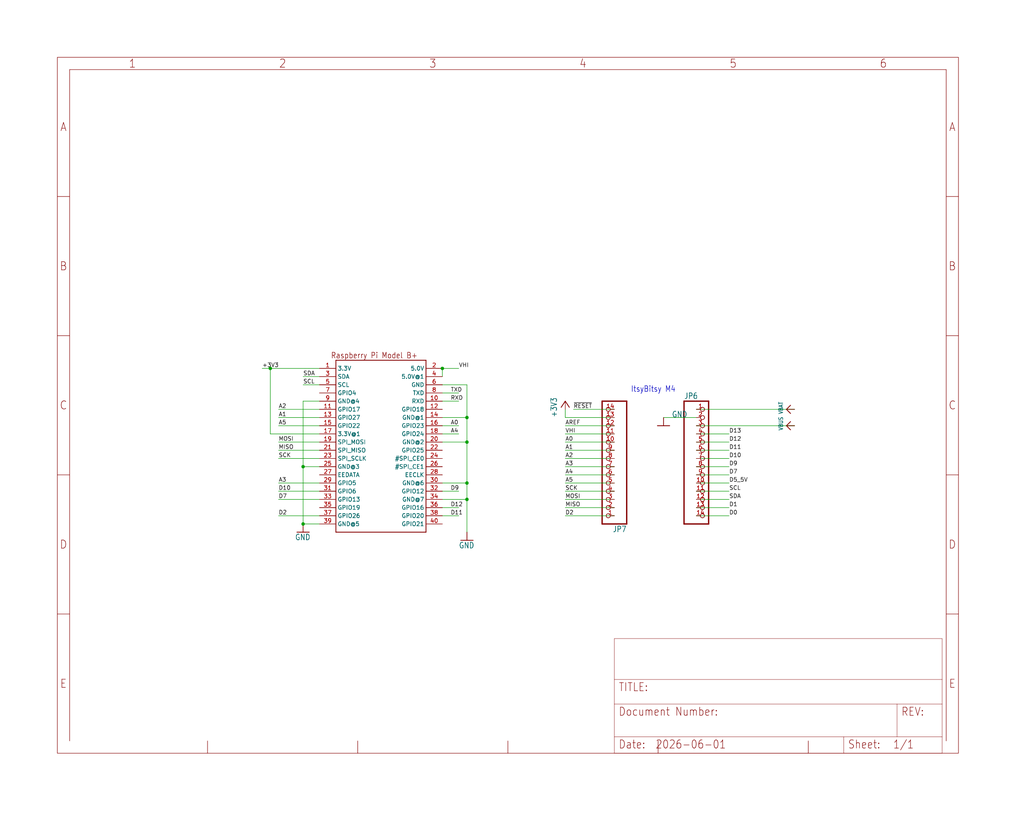
<source format=kicad_sch>
(kicad_sch (version 20230121) (generator eeschema)
  (paper "User" 317.5 254.127)
  (lib_symbols
    (symbol "working-eagle-import:+3V3" (power)
      (property "Value" "+3V3" (at -2.54 -5.08 90))
      (symbol "+3V3_1_0"
        (polyline (pts (xy 0 0) (xy -1.27 -1.905)) (stroke (width 0.254)))
        (polyline (pts (xy 1.27 -1.905) (xy 0 0)) (stroke (width 0.254)))
        (pin power_in line (at 0 -2.54 90) (length 2.54) (name "+3V3") (number "1"))
      )
    )
    (symbol "working-eagle-import:FRAME_A_L"
      (symbol "FRAME_A_L_1_0"
        (polyline (pts (xy 0 43.18) (xy 3.81 43.18)))
        (polyline (pts (xy 0 86.36) (xy 3.81 86.36)))
        (polyline (pts (xy 0 129.54) (xy 3.81 129.54)))
        (polyline (pts (xy 0 172.72) (xy 3.81 172.72)))
        (polyline (pts (xy 3.81 3.81) (xy 3.81 212.09)))
        (polyline (pts (xy 46.5667 0) (xy 46.5667 3.81)))
        (polyline (pts (xy 93.1333 0) (xy 93.1333 3.81)))
        (polyline (pts (xy 139.7 0) (xy 139.7 3.81)))
        (polyline (pts (xy 186.2667 0) (xy 186.2667 3.81)))
        (polyline (pts (xy 232.8333 0) (xy 232.8333 3.81)))
        (polyline (pts (xy 275.59 3.81) (xy 275.59 212.09)))
        (polyline (pts (xy 275.59 43.18) (xy 279.4 43.18)))
        (polyline (pts (xy 275.59 86.36) (xy 279.4 86.36)))
        (polyline (pts (xy 275.59 129.54) (xy 279.4 129.54)))
        (polyline (pts (xy 275.59 172.72) (xy 279.4 172.72)))
        (polyline (pts (xy 275.59 212.09) (xy 3.81 212.09)))
        (polyline (pts (xy 0 0) (xy 279.4 0) (xy 279.4 215.9) (xy 0 215.9) (xy 0 0)))
        (text "1" (at 23.2833 213.995 0) (effects (font (size 2.54 2.286))))
        (text "2" (at 69.85 213.995 0) (effects (font (size 2.54 2.286))))
        (text "3" (at 116.4167 213.995 0) (effects (font (size 2.54 2.286))))
        (text "4" (at 162.9833 213.995 0) (effects (font (size 2.54 2.286))))
        (text "5" (at 209.55 213.995 0) (effects (font (size 2.54 2.286))))
        (text "6" (at 256.1167 213.995 0) (effects (font (size 2.54 2.286))))
        (text "A" (at 1.905 194.31 0) (effects (font (size 2.54 2.286))))
        (text "A" (at 277.495 194.31 0) (effects (font (size 2.54 2.286))))
        (text "B" (at 1.905 151.13 0) (effects (font (size 2.54 2.286))))
        (text "B" (at 277.495 151.13 0) (effects (font (size 2.54 2.286))))
        (text "C" (at 1.905 107.95 0) (effects (font (size 2.54 2.286))))
        (text "C" (at 277.495 107.95 0) (effects (font (size 2.54 2.286))))
        (text "D" (at 1.905 64.77 0) (effects (font (size 2.54 2.286))))
        (text "D" (at 277.495 64.77 0) (effects (font (size 2.54 2.286))))
        (text "E" (at 1.905 21.59 0) (effects (font (size 2.54 2.286))))
        (text "E" (at 277.495 21.59 0) (effects (font (size 2.54 2.286))))
      )
      (symbol "FRAME_A_L_2_0"
        (polyline (pts (xy 0 0) (xy 0 5.08)) (stroke (width 0.1016)))
        (polyline (pts (xy 0 0) (xy 71.12 0)) (stroke (width 0.1016)))
        (polyline (pts (xy 0 5.08) (xy 0 15.24)) (stroke (width 0.1016)))
        (polyline (pts (xy 0 5.08) (xy 71.12 5.08)) (stroke (width 0.1016)))
        (polyline (pts (xy 0 15.24) (xy 0 22.86)) (stroke (width 0.1016)))
        (polyline (pts (xy 0 22.86) (xy 0 35.56)) (stroke (width 0.1016)))
        (polyline (pts (xy 0 22.86) (xy 101.6 22.86)) (stroke (width 0.1016)))
        (polyline (pts (xy 71.12 0) (xy 101.6 0)) (stroke (width 0.1016)))
        (polyline (pts (xy 71.12 5.08) (xy 71.12 0)) (stroke (width 0.1016)))
        (polyline (pts (xy 71.12 5.08) (xy 87.63 5.08)) (stroke (width 0.1016)))
        (polyline (pts (xy 87.63 5.08) (xy 101.6 5.08)) (stroke (width 0.1016)))
        (polyline (pts (xy 87.63 15.24) (xy 0 15.24)) (stroke (width 0.1016)))
        (polyline (pts (xy 87.63 15.24) (xy 87.63 5.08)) (stroke (width 0.1016)))
        (polyline (pts (xy 101.6 5.08) (xy 101.6 0)) (stroke (width 0.1016)))
        (polyline (pts (xy 101.6 15.24) (xy 87.63 15.24)) (stroke (width 0.1016)))
        (polyline (pts (xy 101.6 15.24) (xy 101.6 5.08)) (stroke (width 0.1016)))
        (polyline (pts (xy 101.6 22.86) (xy 101.6 15.24)) (stroke (width 0.1016)))
        (polyline (pts (xy 101.6 35.56) (xy 0 35.56)) (stroke (width 0.1016)))
        (polyline (pts (xy 101.6 35.56) (xy 101.6 22.86)) (stroke (width 0.1016)))
        (text "${#}/${##}" (at 86.36 1.27 0) (effects (font (size 2.54 2.159)) (justify left bottom)))
        (text "${CURRENT_DATE}" (at 12.7 1.27 0) (effects (font (size 2.54 2.159)) (justify left bottom)))
        (text "${PROJECTNAME}" (at 17.78 19.05 0) (effects (font (size 2.54 2.159)) (justify left bottom)))
        (text "Date:" (at 1.27 1.27 0) (effects (font (size 2.54 2.159)) (justify left bottom)))
        (text "Document Number:" (at 1.27 11.43 0) (effects (font (size 2.54 2.159)) (justify left bottom)))
        (text "REV:" (at 88.9 11.43 0) (effects (font (size 2.54 2.159)) (justify left bottom)))
        (text "Sheet:" (at 72.39 1.27 0) (effects (font (size 2.54 2.159)) (justify left bottom)))
        (text "TITLE:" (at 1.27 19.05 0) (effects (font (size 2.54 2.159)) (justify left bottom)))
      )
    )
    (symbol "working-eagle-import:GND" (power)
      (property "Value" "GND" (at -2.54 -2.54 0))
      (symbol "GND_1_0"
        (polyline (pts (xy -1.905 0) (xy 1.905 0)) (stroke (width 0.254)))
        (pin power_in line (at 0 2.54 270) (length 2.54) (name "GND") (number "1"))
      )
    )
    (symbol "working-eagle-import:HEADER-1X14"
      (property "Reference" "JP" (at -6.35 20.955 0))
      (symbol "HEADER-1X14_1_0"
        (polyline (pts (xy -6.35 -17.78) (xy 1.27 -17.78)) (stroke (width 0.4064)))
        (polyline (pts (xy -6.35 20.32) (xy -6.35 -17.78)) (stroke (width 0.4064)))
        (polyline (pts (xy 1.27 -17.78) (xy 1.27 20.32)) (stroke (width 0.4064)))
        (polyline (pts (xy 1.27 20.32) (xy -6.35 20.32)) (stroke (width 0.4064)))
        (pin passive inverted (at -2.54 17.78 0) (length 2.54) (name "1") (number "1"))
        (pin passive inverted (at -2.54 -5.08 0) (length 2.54) (name "10") (number "10"))
        (pin passive inverted (at -2.54 -7.62 0) (length 2.54) (name "11") (number "11"))
        (pin passive inverted (at -2.54 -10.16 0) (length 2.54) (name "12") (number "12"))
        (pin passive inverted (at -2.54 -12.7 0) (length 2.54) (name "13") (number "13"))
        (pin passive inverted (at -2.54 -15.24 0) (length 2.54) (name "14") (number "14"))
        (pin passive inverted (at -2.54 15.24 0) (length 2.54) (name "2") (number "2"))
        (pin passive inverted (at -2.54 12.7 0) (length 2.54) (name "3") (number "3"))
        (pin passive inverted (at -2.54 10.16 0) (length 2.54) (name "4") (number "4"))
        (pin passive inverted (at -2.54 7.62 0) (length 2.54) (name "5") (number "5"))
        (pin passive inverted (at -2.54 5.08 0) (length 2.54) (name "6") (number "6"))
        (pin passive inverted (at -2.54 2.54 0) (length 2.54) (name "7") (number "7"))
        (pin passive inverted (at -2.54 0 0) (length 2.54) (name "8") (number "8"))
        (pin passive inverted (at -2.54 -2.54 0) (length 2.54) (name "9") (number "9"))
      )
    )
    (symbol "working-eagle-import:RASPBERRYPI_BPLUS_BONNETNODIM"
      (symbol "RASPBERRYPI_BPLUS_BONNETNODIM_1_0"
        (polyline (pts (xy -12.7 -30.48) (xy -12.7 22.86)) (stroke (width 0.254)))
        (polyline (pts (xy -12.7 22.86) (xy 15.24 22.86)) (stroke (width 0.254)))
        (polyline (pts (xy 15.24 -30.48) (xy -12.7 -30.48)) (stroke (width 0.254)))
        (polyline (pts (xy 15.24 22.86) (xy 15.24 -30.48)) (stroke (width 0.254)))
        (text "Raspberry Pi Model B+" (at 12.7 25.4 0) (effects (font (size 1.778 1.5113)) (justify right top)))
        (pin power_in line (at -17.78 20.32 0) (length 5.08) (name "3.3V") (number "1"))
        (pin bidirectional line (at 20.32 10.16 180) (length 5.08) (name "RXD") (number "10"))
        (pin bidirectional line (at -17.78 7.62 0) (length 5.08) (name "GPIO17") (number "11"))
        (pin bidirectional line (at 20.32 7.62 180) (length 5.08) (name "GPIO18") (number "12"))
        (pin bidirectional line (at -17.78 5.08 0) (length 5.08) (name "GPIO27") (number "13"))
        (pin power_in line (at 20.32 5.08 180) (length 5.08) (name "GND@1") (number "14"))
        (pin bidirectional line (at -17.78 2.54 0) (length 5.08) (name "GPIO22") (number "15"))
        (pin bidirectional line (at 20.32 2.54 180) (length 5.08) (name "GPIO23") (number "16"))
        (pin power_in line (at -17.78 0 0) (length 5.08) (name "3.3V@1") (number "17"))
        (pin bidirectional line (at 20.32 0 180) (length 5.08) (name "GPIO24") (number "18"))
        (pin bidirectional line (at -17.78 -2.54 0) (length 5.08) (name "SPI_MOSI") (number "19"))
        (pin power_in line (at 20.32 20.32 180) (length 5.08) (name "5.0V") (number "2"))
        (pin power_in line (at 20.32 -2.54 180) (length 5.08) (name "GND@2") (number "20"))
        (pin bidirectional line (at -17.78 -5.08 0) (length 5.08) (name "SPI_MISO") (number "21"))
        (pin bidirectional line (at 20.32 -5.08 180) (length 5.08) (name "GPIO25") (number "22"))
        (pin bidirectional line (at -17.78 -7.62 0) (length 5.08) (name "SPI_SCLK") (number "23"))
        (pin bidirectional line (at 20.32 -7.62 180) (length 5.08) (name "#SPI_CE0") (number "24"))
        (pin power_in line (at -17.78 -10.16 0) (length 5.08) (name "GND@3") (number "25"))
        (pin bidirectional line (at 20.32 -10.16 180) (length 5.08) (name "#SPI_CE1") (number "26"))
        (pin bidirectional line (at -17.78 -12.7 0) (length 5.08) (name "EEDATA") (number "27"))
        (pin bidirectional line (at 20.32 -12.7 180) (length 5.08) (name "EECLK") (number "28"))
        (pin bidirectional line (at -17.78 -15.24 0) (length 5.08) (name "GPIO5") (number "29"))
        (pin bidirectional line (at -17.78 17.78 0) (length 5.08) (name "SDA") (number "3"))
        (pin power_in line (at 20.32 -15.24 180) (length 5.08) (name "GND@6") (number "30"))
        (pin bidirectional line (at -17.78 -17.78 0) (length 5.08) (name "GPIO6") (number "31"))
        (pin bidirectional line (at 20.32 -17.78 180) (length 5.08) (name "GPIO12") (number "32"))
        (pin bidirectional line (at -17.78 -20.32 0) (length 5.08) (name "GPIO13") (number "33"))
        (pin power_in line (at 20.32 -20.32 180) (length 5.08) (name "GND@7") (number "34"))
        (pin bidirectional line (at -17.78 -22.86 0) (length 5.08) (name "GPIO19") (number "35"))
        (pin bidirectional line (at 20.32 -22.86 180) (length 5.08) (name "GPIO16") (number "36"))
        (pin bidirectional line (at -17.78 -25.4 0) (length 5.08) (name "GPIO26") (number "37"))
        (pin bidirectional line (at 20.32 -25.4 180) (length 5.08) (name "GPIO20") (number "38"))
        (pin power_in line (at -17.78 -27.94 0) (length 5.08) (name "GND@5") (number "39"))
        (pin power_in line (at 20.32 17.78 180) (length 5.08) (name "5.0V@1") (number "4"))
        (pin bidirectional line (at 20.32 -27.94 180) (length 5.08) (name "GPIO21") (number "40"))
        (pin bidirectional line (at -17.78 15.24 0) (length 5.08) (name "SCL") (number "5"))
        (pin power_in line (at 20.32 15.24 180) (length 5.08) (name "GND") (number "6"))
        (pin bidirectional line (at -17.78 12.7 0) (length 5.08) (name "GPIO4") (number "7"))
        (pin bidirectional line (at 20.32 12.7 180) (length 5.08) (name "TXD") (number "8"))
        (pin power_in line (at -17.78 10.16 0) (length 5.08) (name "GND@4") (number "9"))
      )
    )
    (symbol "working-eagle-import:VBAT" (power)
      (property "Value" "VBAT" (at -1.524 1.016 0))
      (symbol "VBAT_1_0"
        (polyline (pts (xy -1.27 -1.27) (xy 0 0)) (stroke (width 0.254)))
        (polyline (pts (xy 0 0) (xy 1.27 -1.27)) (stroke (width 0.254)))
        (pin power_in line (at 0 -2.54 90) (length 2.54) (name "VBAT") (number "1"))
      )
    )
    (symbol "working-eagle-import:VBUS" (power)
      (property "Value" "VBUS" (at -1.524 1.016 0))
      (symbol "VBUS_1_0"
        (polyline (pts (xy -1.27 -1.27) (xy 0 0)) (stroke (width 0.254)))
        (polyline (pts (xy 0 0) (xy 1.27 -1.27)) (stroke (width 0.254)))
        (pin power_in line (at 0 -2.54 90) (length 2.54) (name "VBUS") (number "1"))
      )
    )
  )
  (junction (at 137.16 114.3))
  (junction (at 93.98 162.56))
  (junction (at 83.82 114.3))
  (junction (at 144.78 154.94))
  (junction (at 144.78 137.16))
  (junction (at 144.78 129.54))
  (junction (at 93.98 144.78))
  (junction (at 144.78 149.86))
  (wire (pts (xy 86.36 142.24) (xy 99.06 142.24)) (stroke (width 0.1524)))
  (wire (pts (xy 215.9 149.86) (xy 226.06 149.86)) (stroke (width 0.1524)))
  (wire (pts (xy 226.06 137.16) (xy 215.9 137.16)) (stroke (width 0.1524)))
  (wire (pts (xy 226.06 160.02) (xy 215.9 160.02)) (stroke (width 0.1524)))
  (wire (pts (xy 137.16 119.38) (xy 144.78 119.38)) (stroke (width 0.1524)))
  (wire (pts (xy 175.26 127) (xy 175.26 129.54)) (stroke (width 0.1524)))
  (wire (pts (xy 215.9 134.62) (xy 226.06 134.62)) (stroke (width 0.1524)))
  (wire (pts (xy 190.5 154.94) (xy 175.26 154.94)) (stroke (width 0.1524)))
  (wire (pts (xy 83.82 134.62) (xy 83.82 114.3)) (stroke (width 0.1524)))
  (wire (pts (xy 137.16 132.08) (xy 142.24 132.08)) (stroke (width 0.1524)))
  (wire (pts (xy 215.9 132.08) (xy 246.38 132.08)) (stroke (width 0.1524)))
  (wire (pts (xy 144.78 149.86) (xy 144.78 154.94)) (stroke (width 0.1524)))
  (wire (pts (xy 86.36 137.16) (xy 99.06 137.16)) (stroke (width 0.1524)))
  (wire (pts (xy 137.16 116.84) (xy 137.16 114.3)) (stroke (width 0.1524)))
  (wire (pts (xy 175.26 139.7) (xy 190.5 139.7)) (stroke (width 0.1524)))
  (wire (pts (xy 190.5 137.16) (xy 175.26 137.16)) (stroke (width 0.1524)))
  (wire (pts (xy 190.5 160.02) (xy 175.26 160.02)) (stroke (width 0.1524)))
  (wire (pts (xy 144.78 129.54) (xy 144.78 137.16)) (stroke (width 0.1524)))
  (wire (pts (xy 99.06 119.38) (xy 93.98 119.38)) (stroke (width 0.1524)))
  (wire (pts (xy 86.36 154.94) (xy 99.06 154.94)) (stroke (width 0.1524)))
  (wire (pts (xy 99.06 114.3) (xy 83.82 114.3)) (stroke (width 0.1524)))
  (wire (pts (xy 86.36 152.4) (xy 99.06 152.4)) (stroke (width 0.1524)))
  (wire (pts (xy 175.26 149.86) (xy 190.5 149.86)) (stroke (width 0.1524)))
  (wire (pts (xy 137.16 134.62) (xy 142.24 134.62)) (stroke (width 0.1524)))
  (wire (pts (xy 144.78 154.94) (xy 144.78 165.1)) (stroke (width 0.1524)))
  (wire (pts (xy 83.82 114.3) (xy 81.28 114.3)) (stroke (width 0.1524)))
  (wire (pts (xy 226.06 154.94) (xy 215.9 154.94)) (stroke (width 0.1524)))
  (wire (pts (xy 137.16 114.3) (xy 142.24 114.3)) (stroke (width 0.1524)))
  (wire (pts (xy 93.98 144.78) (xy 99.06 144.78)) (stroke (width 0.1524)))
  (wire (pts (xy 137.16 157.48) (xy 142.24 157.48)) (stroke (width 0.1524)))
  (wire (pts (xy 93.98 144.78) (xy 93.98 124.46)) (stroke (width 0.1524)))
  (wire (pts (xy 93.98 124.46) (xy 99.06 124.46)) (stroke (width 0.1524)))
  (wire (pts (xy 190.5 127) (xy 177.8 127)) (stroke (width 0.1524)))
  (wire (pts (xy 190.5 134.62) (xy 175.26 134.62)) (stroke (width 0.1524)))
  (wire (pts (xy 190.5 132.08) (xy 175.26 132.08)) (stroke (width 0.1524)))
  (wire (pts (xy 137.16 137.16) (xy 144.78 137.16)) (stroke (width 0.1524)))
  (wire (pts (xy 205.74 129.54) (xy 215.9 129.54)) (stroke (width 0.1524)))
  (wire (pts (xy 99.06 160.02) (xy 86.36 160.02)) (stroke (width 0.1524)))
  (wire (pts (xy 226.06 147.32) (xy 215.9 147.32)) (stroke (width 0.1524)))
  (wire (pts (xy 93.98 144.78) (xy 93.98 162.56)) (stroke (width 0.1524)))
  (wire (pts (xy 144.78 137.16) (xy 144.78 149.86)) (stroke (width 0.1524)))
  (wire (pts (xy 99.06 162.56) (xy 93.98 162.56)) (stroke (width 0.1524)))
  (wire (pts (xy 99.06 134.62) (xy 83.82 134.62)) (stroke (width 0.1524)))
  (wire (pts (xy 226.06 142.24) (xy 215.9 142.24)) (stroke (width 0.1524)))
  (wire (pts (xy 137.16 154.94) (xy 144.78 154.94)) (stroke (width 0.1524)))
  (wire (pts (xy 175.26 144.78) (xy 190.5 144.78)) (stroke (width 0.1524)))
  (wire (pts (xy 215.9 152.4) (xy 226.06 152.4)) (stroke (width 0.1524)))
  (wire (pts (xy 137.16 149.86) (xy 144.78 149.86)) (stroke (width 0.1524)))
  (wire (pts (xy 99.06 127) (xy 86.36 127)) (stroke (width 0.1524)))
  (wire (pts (xy 137.16 129.54) (xy 144.78 129.54)) (stroke (width 0.1524)))
  (wire (pts (xy 190.5 152.4) (xy 175.26 152.4)) (stroke (width 0.1524)))
  (wire (pts (xy 246.38 127) (xy 215.9 127)) (stroke (width 0.1524)))
  (wire (pts (xy 137.16 152.4) (xy 142.24 152.4)) (stroke (width 0.1524)))
  (wire (pts (xy 175.26 129.54) (xy 190.5 129.54)) (stroke (width 0.1524)))
  (wire (pts (xy 86.36 129.54) (xy 99.06 129.54)) (stroke (width 0.1524)))
  (wire (pts (xy 99.06 132.08) (xy 86.36 132.08)) (stroke (width 0.1524)))
  (wire (pts (xy 144.78 119.38) (xy 144.78 129.54)) (stroke (width 0.1524)))
  (wire (pts (xy 215.9 157.48) (xy 226.06 157.48)) (stroke (width 0.1524)))
  (wire (pts (xy 175.26 157.48) (xy 190.5 157.48)) (stroke (width 0.1524)))
  (wire (pts (xy 215.9 144.78) (xy 226.06 144.78)) (stroke (width 0.1524)))
  (wire (pts (xy 137.16 121.92) (xy 142.24 121.92)) (stroke (width 0.1524)))
  (wire (pts (xy 215.9 139.7) (xy 226.06 139.7)) (stroke (width 0.1524)))
  (wire (pts (xy 142.24 124.46) (xy 137.16 124.46)) (stroke (width 0.1524)))
  (wire (pts (xy 190.5 147.32) (xy 175.26 147.32)) (stroke (width 0.1524)))
  (wire (pts (xy 86.36 139.7) (xy 99.06 139.7)) (stroke (width 0.1524)))
  (wire (pts (xy 190.5 142.24) (xy 175.26 142.24)) (stroke (width 0.1524)))
  (wire (pts (xy 99.06 116.84) (xy 93.98 116.84)) (stroke (width 0.1524)))
  (wire (pts (xy 137.16 160.02) (xy 142.24 160.02)) (stroke (width 0.1524)))
  (wire (pts (xy 86.36 149.86) (xy 99.06 149.86)) (stroke (width 0.1524)))
  (text "ItsyBitsy M4" (at 195.58 121.92 0) (effects (font (size 1.778 1.5113)) (justify left bottom)))
  (label "A0" (at 175.26 137.16 0) (effects (font (size 1.2446 1.2446))))
  (label "SDA" (at 226.06 154.94 0) (effects (font (size 1.2446 1.2446))))
  (label "D12" (at 226.06 137.16 0) (effects (font (size 1.2446 1.2446))))
  (label "D10" (at 86.36 152.4 0) (effects (font (size 1.2446 1.2446))))
  (label "D2" (at 175.26 160.02 0) (effects (font (size 1.2446 1.2446))))
  (label "VHI" (at 175.26 134.62 0) (effects (font (size 1.2446 1.2446))))
  (label "MOSI" (at 86.36 137.16 0) (effects (font (size 1.2446 1.2446))))
  (label "D10" (at 226.06 142.24 0) (effects (font (size 1.2446 1.2446))))
  (label "A1" (at 86.36 129.54 0) (effects (font (size 1.2446 1.2446))))
  (label "D9" (at 139.7 152.4 0) (effects (font (size 1.2446 1.2446))))
  (label "D11" (at 226.06 139.7 0) (effects (font (size 1.2446 1.2446))))
  (label "A3" (at 175.26 144.78 0) (effects (font (size 1.2446 1.2446))))
  (label "VHI" (at 142.24 114.3 0) (effects (font (size 1.2446 1.2446))))
  (label "A2" (at 175.26 142.24 0) (effects (font (size 1.2446 1.2446))))
  (label "SDA" (at 93.98 116.84 0) (effects (font (size 1.2446 1.2446))))
  (label "D1" (at 226.06 157.48 0) (effects (font (size 1.2446 1.2446))))
  (label "MISO" (at 175.26 157.48 0) (effects (font (size 1.2446 1.2446))))
  (label "D7" (at 226.06 147.32 0) (effects (font (size 1.2446 1.2446))))
  (label "D0" (at 226.06 160.02 0) (effects (font (size 1.2446 1.2446))))
  (label "A0" (at 139.7 132.08 0) (effects (font (size 1.2446 1.2446))))
  (label "MOSI" (at 175.26 154.94 0) (effects (font (size 1.2446 1.2446))))
  (label "SCK" (at 175.26 152.4 0) (effects (font (size 1.2446 1.2446))))
  (label "A4" (at 175.26 147.32 0) (effects (font (size 1.2446 1.2446))))
  (label "RXD" (at 139.7 124.46 0) (effects (font (size 1.2446 1.2446))))
  (label "A4" (at 139.7 134.62 0) (effects (font (size 1.2446 1.2446))))
  (label "SCL" (at 226.06 152.4 0) (effects (font (size 1.2446 1.2446))))
  (label "D9" (at 226.06 144.78 0) (effects (font (size 1.2446 1.2446))))
  (label "~{RESET}" (at 177.8 127 0) (effects (font (size 1.2446 1.2446))))
  (label "TXD" (at 139.7 121.92 0) (effects (font (size 1.2446 1.2446))))
  (label "D11" (at 139.7 160.02 0) (effects (font (size 1.2446 1.2446))))
  (label "D5_5V" (at 226.06 149.86 0) (effects (font (size 1.2446 1.2446))))
  (label "D13" (at 226.06 134.62 0) (effects (font (size 1.2446 1.2446))))
  (label "AREF" (at 175.26 132.08 0) (effects (font (size 1.2446 1.2446))))
  (label "MISO" (at 86.36 139.7 0) (effects (font (size 1.2446 1.2446))))
  (label "D12" (at 139.7 157.48 0) (effects (font (size 1.2446 1.2446))))
  (label "A2" (at 86.36 127 0) (effects (font (size 1.2446 1.2446))))
  (label "SCL" (at 93.98 119.38 0) (effects (font (size 1.2446 1.2446))))
  (label "+3V3" (at 81.28 114.3 0) (effects (font (size 1.2446 1.2446))))
  (label "A3" (at 86.36 149.86 0) (effects (font (size 1.2446 1.2446))))
  (label "D7" (at 86.36 154.94 0) (effects (font (size 1.2446 1.2446))))
  (label "A5" (at 175.26 149.86 0) (effects (font (size 1.2446 1.2446))))
  (label "D2" (at 86.36 160.02 0) (effects (font (size 1.2446 1.2446))))
  (label "A1" (at 175.26 139.7 0) (effects (font (size 1.2446 1.2446))))
  (label "A5" (at 86.36 132.08 0) (effects (font (size 1.2446 1.2446))))
  (label "SCK" (at 86.36 142.24 0) (effects (font (size 1.2446 1.2446))))
  (symbol (lib_id "working-eagle-import:FRAME_A_L") (at 17.78 233.68 0) (unit 1)
    (property "Reference" "#FRAME1" (effects hide))
    (property "Value" "FRAME_A_L" (effects hide))
  )
  (symbol (lib_id "working-eagle-import:GND") (at 144.78 167.64 0) (unit 1)
    (property "Reference" "#GND2" (effects hide))
    (property "Value" "GND" (at 142.24 170.18 0) (effects (font (size 1.778 1.5113)) (justify left bottom)))
  )
  (symbol (lib_id "working-eagle-import:FRAME_A_L") (at 190.5 233.68 0) (unit 2)
    (property "Reference" "#FRAME1" (effects hide))
    (property "Value" "FRAME_A_L" (effects hide))
  )
  (symbol (lib_id "working-eagle-import:+3V3") (at 175.26 124.46 0) (unit 1)
    (property "Reference" "#+3V9" (effects hide))
    (property "Value" "+3V3" (at 172.72 129.54 90) (effects (font (size 1.778 1.5113)) (justify left bottom)))
  )
  (symbol (lib_id "working-eagle-import:VBUS") (at 243.84 132.08 90) (unit 1)
    (property "Reference" "#U$1" (effects hide))
    (property "Value" "VBUS" (at 242.824 133.604 0) (effects (font (size 1.27 1.0795)) (justify left bottom)))
  )
  (symbol (lib_id "working-eagle-import:RASPBERRYPI_BPLUS_BONNETNODIM") (at 116.84 134.62 0) (unit 1)
    (property "Reference" "RPI1" (effects hide))
    (property "Value" "RASPBERRYPI_BPLUS_BONNETNODIM" (effects hide))
    (property "Footprint" "working:PI_BONNET_NODIM" (effects hide))
  )
  (symbol (lib_id "working-eagle-import:VBAT") (at 243.84 127 90) (unit 1)
    (property "Reference" "#U$17" (effects hide))
    (property "Value" "VBAT" (at 242.824 128.524 0) (effects (font (size 1.27 1.0795)) (justify left bottom)))
  )
  (symbol (lib_id "working-eagle-import:GND") (at 205.74 132.08 0) (unit 1)
    (property "Reference" "#GND9" (effects hide))
    (property "Value" "GND" (at 208.28 129.54 0) (effects (font (size 1.778 1.5113)) (justify left bottom)))
  )
  (symbol (lib_id "working-eagle-import:HEADER-1X14") (at 187.96 142.24 180) (unit 1)
    (property "Reference" "JP7" (at 194.31 163.195 0) (effects (font (size 1.778 1.5113)) (justify left bottom)))
    (property "Value" "HEADER-1X14" (effects hide))
    (property "Footprint" "working:1X14_ROUND70" (effects hide))
  )
  (symbol (lib_id "working-eagle-import:GND") (at 93.98 165.1 0) (unit 1)
    (property "Reference" "#GND1" (effects hide))
    (property "Value" "GND" (at 91.44 167.64 0) (effects (font (size 1.778 1.5113)) (justify left bottom)))
  )
  (symbol (lib_id "working-eagle-import:HEADER-1X14") (at 218.44 144.78 0) (unit 1)
    (property "Reference" "JP6" (at 212.09 123.825 0) (effects (font (size 1.778 1.5113)) (justify left bottom)))
    (property "Value" "HEADER-1X14" (effects hide))
    (property "Footprint" "working:1X14_ROUND70" (effects hide))
  )
)
</source>
